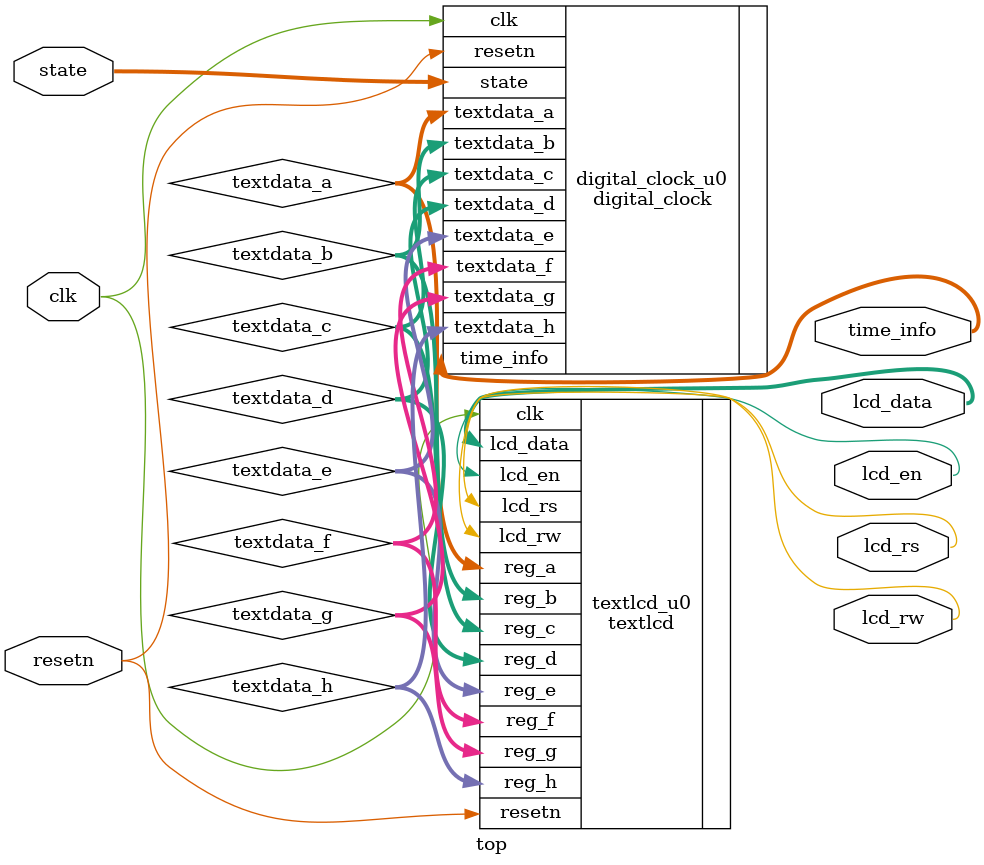
<source format=v>
module top(
input	wire			resetn,
input	wire			clk,
input   wire    [31:0]  state, // mode¸¦ °í¸£´Â control singal

output	wire			lcd_rs,
output	wire			lcd_rw,
output	wire			lcd_en,
output	wire	[7:0]	lcd_data,
output  wire    [15:0]  time_info
);

wire	[31:0]	textdata_a;
wire	[31:0]	textdata_b;
wire	[31:0]	textdata_c;
wire	[31:0]	textdata_d;
wire	[31:0]	textdata_e;
wire	[31:0]	textdata_f;
wire	[31:0]	textdata_g;
wire	[31:0]	textdata_h;


digital_clock digital_clock_u0( .resetn(resetn),   .clk(clk),
                                .state(state),
                                .time_info(time_info),
                                .textdata_a(textdata_a),
                                .textdata_b(textdata_b),
                                .textdata_c(textdata_c),
                                .textdata_d(textdata_d),
                                .textdata_e(textdata_e),
                                .textdata_f(textdata_f),
                                .textdata_g(textdata_g),
                                .textdata_h(textdata_h)
                                );
                                
                                
textlcd textlcd_u0(             .resetn(resetn),    .clk(clk),
                                .reg_a(textdata_a),
                                .reg_b(textdata_b),
                                .reg_c(textdata_c),
                                .reg_d(textdata_d),
                                .reg_e(textdata_e),
                                .reg_f(textdata_f),
                                .reg_g(textdata_g),
                                .reg_h(textdata_h),
                                .lcd_rs(lcd_rs),
                                .lcd_rw(lcd_rw),
                                .lcd_en(lcd_en),
                                .lcd_data(lcd_data)
                                );

endmodule


</source>
